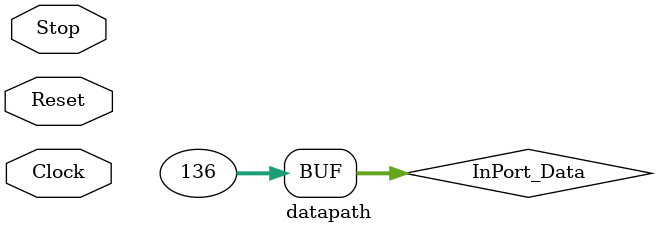
<source format=v>

`timescale 1ns/10ps

module datapath (
	input wire  Clock, Reset, Stop
);

	wire	Run, Clear;
	wire [31:0] InPort_Data;
	wire [31:0] OutPort_Data;

	wire PCin;
	wire IRin;
	wire HIin;
	wire LOin;
	wire ZHIin;
	wire ZLOin;
	wire MARin;
	wire MDRin;
	wire OutPortin;
	wire Yin;
	wire R0in;
	wire R1in;
	wire R2in;
	wire R3in;
	wire R4in;
	wire R5in;
	wire R6in;
	wire R7in;
	wire R8in;
	wire R9in;
	wire R10in;
	wire R11in;
	wire R12in;
	wire R13in;
	wire R14in;
	wire R15in;

	wire PCout;
	wire HIout;
	wire LOout;
	wire ZHIout;
	wire ZLOout;
	wire InPortout;
	wire MDRout;
	wire Cout;	
	wire R0out;
	wire R1out;
	wire R2out;
	wire R3out;
	wire R4out;
	wire R5out;
	wire R6out;
	wire R7out;
	wire R8out;
	wire R9out;
	wire R10out;
	wire R11out;
	wire R12out;
	wire R13out;
	wire R14out;
	wire R15out;
	
	wire Gra;
	wire Grb;
	wire Grc;
	wire Rin;
	wire Rout;
	wire BAout;
	wire Read; // MDR_Enable
	wire Write; // RAM_Enable
	wire IncPC;
	
	wire CON_In;
	wire CON_Out;
	wire GLR; // R15in, JAL

	wire [31:0] BusMux_R0;
	wire [31:0] BusMux_R1;
	wire [31:0] BusMux_R2;
	wire [31:0] BusMux_R3;
	wire [31:0] BusMux_R4;
	wire [31:0] BusMux_R5;
	wire [31:0] BusMux_R6;
	wire [31:0] BusMux_R7;
	wire [31:0] BusMux_R8;
	wire [31:0] BusMux_R9;
	wire [31:0] BusMux_R10;
	wire [31:0] BusMux_R11;
	wire [31:0] BusMux_R12;
	wire [31:0] BusMux_R13;
	wire [31:0] BusMux_R14;
	wire [31:0] BusMux_R15;
	wire [31:0] BusMux_HI;
	wire [31:0] BusMux_LO;
	wire [31:0] BusMux_ZHI;
	wire [31:0] BusMux_ZLO;
	wire [31:0] BusMux_PC;
	wire [31:0] BusMux_MDR;
	wire [31:0] BusMux_MAR;
	wire [31:0] BusMux_InPort;
	wire [31:0] BusMux_C;
	wire [31:0] BusMux_Y;
	wire [31:0] BusMux_IR;
	wire [4:0] Mux_Select;
	wire [31:0] Mux_Out;
	
	wire [63:0] ALU_Data;
	wire [31:0] MDatain; // RAM_Out
	wire GLS; // R15in, Encoder
	wire [6:0] Present_State;
	wire AND, ANDI, OR, ORI, NOT, NEG, ADD, ADDI, SUB, MUL, DIV, SHR, SHRA, SHL, ROR, ROL, BR, LD, LDI, ST, HALT, NOP;
	
	assign R15in = GLR | GLS;
	assign InPort_Data = 32'h00000088;
	
	cu ControlUnit (Clock, Reset, Stop, BusMux_IR, CON_Out, Run, Clear, Gra, Grb, Grc, Rin, Rout, BAout, Read, Write,
						 IncPC, CON_In, PCin, IRin, HIin, LOin, ZHIin, ZLOin, MARin, MDRin, OutPortin, Yin,
						 PCout, HIout, LOout, ZHIout, ZLOout, InPortout, MDRout, Cout, GLR,
						 AND, ANDI, OR, ORI, NOT, NEG, ADD, ADDI, SUB, MUL, DIV,
						 SHR, SHRA, SHL, ROR, ROL, BR, LD, LDI, ST, HALT, NOP);
	
	alu ALU (CON_Out, IncPC, BusMux_Y, Mux_Out, 
							AND, ANDI, OR, ORI, NOT, NEG, ADD, ADDI, SUB, MUL, DIV,
							SHR, SHRA, SHL, ROR, ROL, BR, LD, LDI, ST, HALT, NOP, ALU_Data);
							
	ram RAM (BusMux_MDR, BusMux_MAR[8:0], Clock, Read, Write, MDatain);
	
	sel SelectEncode (Gra, Grb, Grc, Rin, Rout, BAout, BusMux_IR,
						  {GLS, R14in, R13in, R12in, R11in, R10in, R9in, R8in, R7in, R6in, R5in, R4in, R3in, R2in, R1in, R0in},
						  {R15out, R14out, R13out, R12out, R11out, R10out, R9out, R8out, R7out, R6out, R5out, R4out, R3out, R2out, R1out, R0out},
						   BusMux_C);
							
	con_ff CON_FF (BusMux_IR[20:19], Mux_Out, CON_In, CON_Out);
	
	encoder_32_5 Encoder32_5 (R0out, R1out, R2out, R3out, R4out,
								 R5out, R6out, R7out, R8out, R9out,
								 R10out, R11out, R12out, R13out, R14out, R15out,
								 PCout, HIout, LOout, ZHIout, ZLOout, 
								 InPortout, MDRout, Cout, Mux_Select);
	
	mux_32_1 Multiplexer32_1 (BusMux_R0, BusMux_R1, BusMux_R2, 
								 BusMux_R3, BusMux_R4, BusMux_R5, BusMux_R6, 
								 BusMux_R7, BusMux_R8, BusMux_R9, BusMux_R10, 
								 BusMux_R11, BusMux_R12, BusMux_R13, BusMux_R14, 
								 BusMux_R15, BusMux_HI, BusMux_LO, BusMux_ZHI, 
								 BusMux_ZLO, BusMux_PC, BusMux_MDR, BusMux_InPort, 
								 BusMux_C, Mux_Select, Mux_Out);			

	zero_register R0 (Mux_Out, Clock, Clear, R0in, BAout, BusMux_R0);	
	gen_register R1 (Mux_Out, Clock, Clear, R1in, BusMux_R1);
	gen_register R2 (Mux_Out, Clock, Clear, R2in, BusMux_R2);
	gen_register R3 (Mux_Out, Clock, Clear, R3in, BusMux_R3);
	gen_register R4 (Mux_Out, Clock, Clear, R4in, BusMux_R4);
	gen_register R5 (Mux_Out, Clock, Clear, R5in, BusMux_R5);
	gen_register R6 (Mux_Out, Clock, Clear, R6in, BusMux_R6);
	gen_register R7 (Mux_Out, Clock, Clear, R7in, BusMux_R7);
	gen_register R8 (Mux_Out, Clock, Clear, R8in, BusMux_R8);
	gen_register R9 (Mux_Out, Clock, Clear, R9in, BusMux_R9);
	gen_register R10 (Mux_Out, Clock, Clear, R10in, BusMux_R10);
	gen_register R11 (Mux_Out, Clock, Clear, R11in, BusMux_R11);
	gen_register R12 (Mux_Out, Clock, Clear, R12in, BusMux_R12);
	gen_register R13 (Mux_Out, Clock, Clear, R13in, BusMux_R13);
	gen_register R14 (Mux_Out, Clock, Clear, R14in, BusMux_R14);
	gen_register R15 (Mux_Out, Clock, Clear, R15in, BusMux_R15);

	gen_register InPort (InPort_Data, Clock, Clear, 1'b1, BusMux_InPort);
	gen_register OutPort (Mux_Out, Clock, Clear, OutPortin, OutPort_Data);
	gen_register Y (Mux_Out, Clock, Clear, Yin, BusMux_Y);
	gen_register HI (Mux_Out, Clock, Clear, HIin, BusMux_HI);
	gen_register LO (Mux_Out, Clock, Clear, LOin, BusMux_LO);
	gen_register ZHI (ALU_Data[63:32], Clock, Clear, ZHIin, BusMux_ZHI);
	gen_register ZLO (ALU_Data[31:0], Clock, Clear, ZLOin, BusMux_ZLO);
	gen_register MAR (Mux_Out, Clock, Clear, MARin, BusMux_MAR);
	pc_register PC (Mux_Out, Clock, Clear, IncPC, PCin, BusMux_PC);
	gen_register IR (Mux_Out, Clock, Clear, IRin, BusMux_IR);
	mdr_register MDR (Mux_Out, Clock, Clear, Read, MDRin, MDatain, BusMux_MDR);				 
endmodule 
</source>
